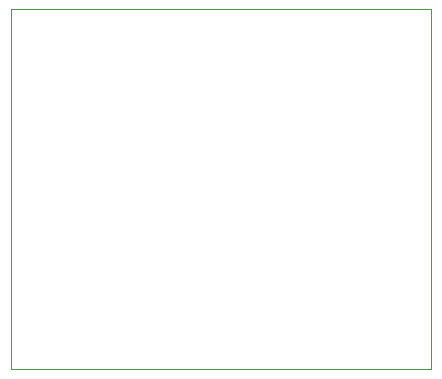
<source format=gko>
G04 #@! TF.FileFunction,Profile,NP*
%FSLAX46Y46*%
G04 Gerber Fmt 4.6, Leading zero omitted, Abs format (unit mm)*
G04 Created by KiCad (PCBNEW 4.0.5) date 08/11/17 18:39:37*
%MOMM*%
%LPD*%
G01*
G04 APERTURE LIST*
%ADD10C,0.100000*%
G04 APERTURE END LIST*
D10*
X163830000Y-80010000D02*
X128270000Y-80010000D01*
X163830000Y-49530000D02*
X163830000Y-80010000D01*
X128270000Y-49530000D02*
X163830000Y-49530000D01*
X128270000Y-49530000D02*
X128270000Y-80010000D01*
M02*

</source>
